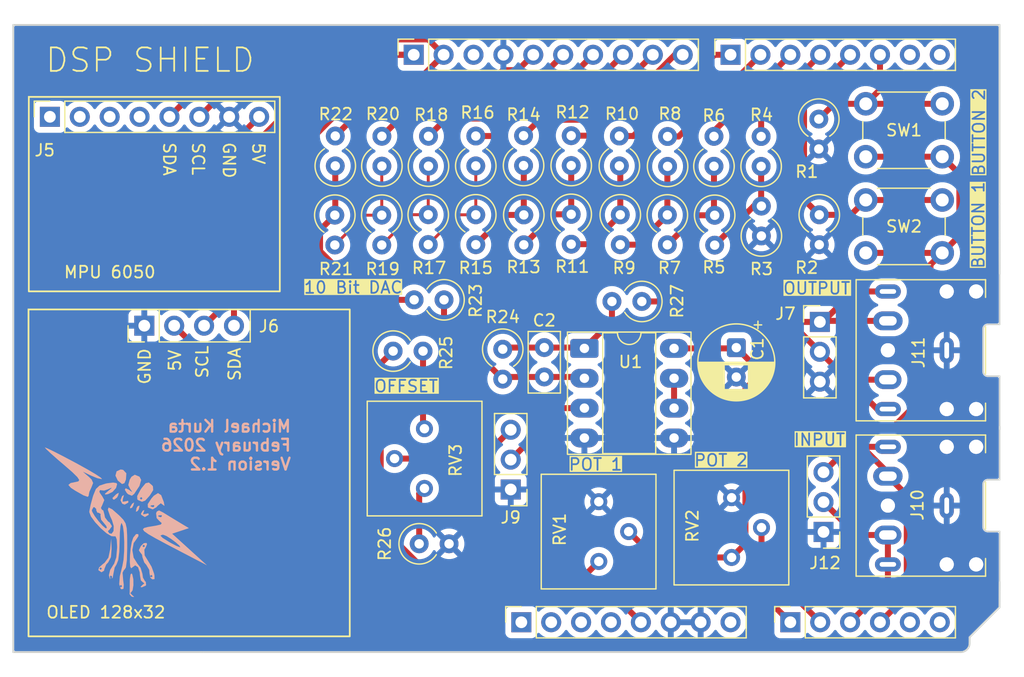
<source format=kicad_pcb>
(kicad_pcb (version 20241229) (generator "pcbnew") (generator_version "9.0")
  (title_block (date "mar. 31 mars 2015"))
  (layers (0 "F.Cu" signal) (2 "B.Cu" power) (13 "F.Paste" user) (15 "B.Paste" user) (5 "F.SilkS" user "F.Silkscreen") (7 "B.SilkS" user "B.Silkscreen") (1 "F.Mask" user) (3 "B.Mask" user) (25 "Edge.Cuts" user))
  (net 0 "")
  (net 1 "GND")
  (net 3 "+5V")
  (net 4 "/IOREF")
  (net 5 "/A0")
  (net 6 "/A1")
  (net 7 "/SDA{slash}A4")
  (net 8 "/SCL{slash}A5")
  (net 9 "/AREF")
  (net 10 "/TX{slash}1")
  (net 11 "/RX{slash}0")
  (net 12 "+3V3")
  (net 13 "VCC")
  (net 14 "/~{RESET}")
  (net 15 "/SCL")
  (net 16 "/SDA")
  (net 17 "Net-(U1B--)")
  (net 18 "Net-(R26-Pad1)")
  (net 19 "Net-(R25-Pad2)")
  (net 20 "Net-(R21-Pad1)")
  (net 21 "/BT1")
  (net 22 "/BT2")
  (net 23 "Net-(R19-Pad1)")
  (net 24 "Net-(R17-Pad1)")
  (net 25 "/D7")
  (net 26 "/D8")
  (net 27 "/D9")
  (net 28 "/D6")
  (net 29 "/D4")
  (net 30 "/D5")
  (net 31 "/IN_RIGHT")
  (net 32 "/IN_LEFT")
  (net 33 "/D3")
  (net 34 "/D2")
  (net 35 "/D0")
  (net 36 "/D1")
  (net 37 "Net-(R15-Pad1)")
  (net 38 "Net-(R13-Pad1)")
  (net 39 "Net-(R11-Pad1)")
  (net 40 "Net-(R10-Pad1)")
  (net 41 "Net-(R7-Pad1)")
  (net 42 "Net-(R5-Pad1)")
  (net 43 "Net-(R3-Pad2)")
  (net 44 "Net-(J9-Pin_2)")
  (net 45 "Net-(J9-Pin_3)")
  (net 46 "/AUDIO_OUT")
  (net 47 "Net-(U1A--)")
  (net 48 "Net-(C2-Pad2)")
  (footprint "Connector_PinSocket_2.54mm:PinSocket_1x08_P2.54mm_Vertical" (layer "F.Cu") (at 127.94 97.46 90)
    (property "Reference" "J1" (hide yes))
    (property "Value" "Power")
    (pad "1" thru_hole rect (at 0 0 90) (size 1.7 1.7) (drill 1) (layers "*.Cu" "*.Mask"))
    (pad "2" thru_hole oval (at 0 2.54 90) (size 1.7 1.7) (drill 1) (layers "*.Cu" "*.Mask") (net 4 "/IOREF"))
    (pad "3" thru_hole oval (at 0 5.08 90) (size 1.7 1.7) (drill 1) (layers "*.Cu" "*.Mask") (net 14 "/~{RESET}"))
    (pad "4" thru_hole oval (at 0 7.62 90) (size 1.7 1.7) (drill 1) (layers "*.Cu" "*.Mask") (net 12 "+3V3"))
    (pad "5" thru_hole oval (at 0 10.16 90) (size 1.7 1.7) (drill 1) (layers "*.Cu" "*.Mask") (net 3 "+5V"))
    (pad "6" thru_hole oval (at 0 12.7 90) (size 1.7 1.7) (drill 1) (layers "*.Cu" "*.Mask") (net 1 "GND"))
    (pad "7" thru_hole oval (at 0 15.24 90) (size 1.7 1.7) (drill 1) (layers "*.Cu" "*.Mask") (net 1 "GND"))
    (pad "8" thru_hole oval (at 0 17.78 90) (size 1.7 1.7) (drill 1) (layers "*.Cu" "*.Mask") (net 13 "VCC"))
  )
  (footprint "Connector_PinSocket_2.54mm:PinSocket_1x06_P2.54mm_Vertical" (layer "F.Cu") (at 150.8 97.46 90)
    (property "Reference" "J3" (hide yes))
    (property "Value" "Analog")
    (pad "1" thru_hole rect (at 0 0 90) (size 1.7 1.7) (drill 1) (layers "*.Cu" "*.Mask") (net 5 "/A0"))
    (pad "2" thru_hole oval (at 0 2.54 90) (size 1.7 1.7) (drill 1) (layers "*.Cu" "*.Mask") (net 6 "/A1"))
    (pad "3" thru_hole oval (at 0 5.08 90) (size 1.7 1.7) (drill 1) (layers "*.Cu" "*.Mask") (net 31 "/IN_RIGHT"))
    (pad "4" thru_hole oval (at 0 7.62 90) (size 1.7 1.7) (drill 1) (layers "*.Cu" "*.Mask") (net 32 "/IN_LEFT"))
    (pad "5" thru_hole oval (at 0 10.16 90) (size 1.7 1.7) (drill 1) (layers "*.Cu" "*.Mask") (net 7 "/SDA{slash}A4"))
    (pad "6" thru_hole oval (at 0 12.7 90) (size 1.7 1.7) (drill 1) (layers "*.Cu" "*.Mask") (net 8 "/SCL{slash}A5"))
  )
  (footprint "Connector_PinSocket_2.54mm:PinSocket_1x10_P2.54mm_Vertical" (layer "F.Cu") (at 118.796 49.2 90)
    (property "Reference" "J2" (hide yes))
    (property "Value" "Digital/PWM")
    (pad "1" thru_hole rect (at 0 0 90) (size 1.7 1.7) (drill 1) (layers "*.Cu" "*.Mask") (net 15 "/SCL"))
    (pad "2" thru_hole oval (at 0 2.54 90) (size 1.7 1.7) (drill 1) (layers "*.Cu" "*.Mask") (net 16 "/SDA"))
    (pad "3" thru_hole oval (at 0 5.08 90) (size 1.7 1.7) (drill 1) (layers "*.Cu" "*.Mask") (net 9 "/AREF"))
    (pad "4" thru_hole oval (at 0 7.62 90) (size 1.7 1.7) (drill 1) (layers "*.Cu" "*.Mask") (net 1 "GND"))
    (pad "5" thru_hole oval (at 0 10.16 90) (size 1.7 1.7) (drill 1) (layers "*.Cu" "*.Mask") (net 27 "/D9"))
    (pad "6" thru_hole oval (at 0 12.7 90) (size 1.7 1.7) (drill 1) (layers "*.Cu" "*.Mask") (net 26 "/D8"))
    (pad "7" thru_hole oval (at 0 15.24 90) (size 1.7 1.7) (drill 1) (layers "*.Cu" "*.Mask") (net 25 "/D7"))
    (pad "8" thru_hole oval (at 0 17.78 90) (size 1.7 1.7) (drill 1) (layers "*.Cu" "*.Mask") (net 28 "/D6"))
    (pad "9" thru_hole oval (at 0 20.32 90) (size 1.7 1.7) (drill 1) (layers "*.Cu" "*.Mask") (net 30 "/D5"))
    (pad "10" thru_hole oval (at 0 22.86 90) (size 1.7 1.7) (drill 1) (layers "*.Cu" "*.Mask") (net 29 "/D4"))
  )
  (footprint "Connector_PinSocket_2.54mm:PinSocket_1x08_P2.54mm_Vertical" (layer "F.Cu") (at 145.72 49.2 90)
    (property "Reference" "J4" (hide yes))
    (property "Value" "Digital/PWM")
    (pad "1" thru_hole rect (at 0 0 90) (size 1.7 1.7) (drill 1) (layers "*.Cu" "*.Mask") (net 33 "/D3"))
    (pad "2" thru_hole oval (at 0 2.54 90) (size 1.7 1.7) (drill 1) (layers "*.Cu" "*.Mask") (net 34 "/D2"))
    (pad "3" thru_hole oval (at 0 5.08 90) (size 1.7 1.7) (drill 1) (layers "*.Cu" "*.Mask") (net 36 "/D1"))
    (pad "4" thru_hole oval (at 0 7.62 90) (size 1.7 1.7) (drill 1) (layers "*.Cu" "*.Mask") (net 35 "/D0"))
    (pad "5" thru_hole oval (at 0 10.16 90) (size 1.7 1.7) (drill 1) (layers "*.Cu" "*.Mask") (net 22 "/BT2"))
    (pad "6" thru_hole oval (at 0 12.7 90) (size 1.7 1.7) (drill 1) (layers "*.Cu" "*.Mask") (net 21 "/BT1"))
    (pad "7" thru_hole oval (at 0 15.24 90) (size 1.7 1.7) (drill 1) (layers "*.Cu" "*.Mask") (net 10 "/TX{slash}1"))
    (pad "8" thru_hole oval (at 0 17.78 90) (size 1.7 1.7) (drill 1) (layers "*.Cu" "*.Mask") (net 11 "/RX{slash}0"))
  )
  (footprint "Resistor_THT:R_Axial_DIN0309_L9.0mm_D3.2mm_P2.54mm_Vertical" (layer "F.Cu") (at 136.35 62.81 -90)
    (property "Reference" "R9" (at 4.52 -0.33 180) (layer "F.SilkS"))
    (property "Value" "10k")
    (pad "1" thru_hole circle (at 0 0 270) (size 1.6 1.6) (drill 0.8) (layers "*.Cu" "*.Mask") (net 40 "Net-(R10-Pad1)"))
    (pad "2" thru_hole circle (at 2.54 0 270) (size 1.6 1.6) (drill 0.8) (layers "*.Cu" "*.Mask") (net 41 "Net-(R7-Pad1)"))
  )
  (footprint "Resistor_THT:R_Axial_DIN0309_L9.0mm_D3.2mm_P2.54mm_Vertical" (layer "F.Cu") (at 128.15 62.82 -90)
    (property "Reference" "R13" (at 4.44 0.02 180) (layer "F.SilkS"))
    (property "Value" "10k")
    (pad "1" thru_hole circle (at 0 0 270) (size 1.6 1.6) (drill 0.8) (layers "*.Cu" "*.Mask") (net 38 "Net-(R13-Pad1)"))
    (pad "2" thru_hole circle (at 2.54 0 270) (size 1.6 1.6) (drill 0.8) (layers "*.Cu" "*.Mask") (net 39 "Net-(R11-Pad1)"))
  )
  (footprint "Resistor_THT:R_Axial_DIN0309_L9.0mm_D3.2mm_P2.54mm_Vertical" (layer "F.Cu") (at 128.13 58.62 90)
    (property "Reference" "R14" (at 4.33 0 180) (layer "F.SilkS"))
    (property "Value" "20k")
    (pad "1" thru_hole circle (at 0 0 90) (size 1.6 1.6) (drill 0.8) (layers "*.Cu" "*.Mask") (net 38 "Net-(R13-Pad1)"))
    (pad "2" thru_hole circle (at 2.54 0 90) (size 1.6 1.6) (drill 0.8) (layers "*.Cu" "*.Mask") (net 30 "/D5"))
  )
  (footprint "Resistor_THT:R_Axial_DIN0309_L9.0mm_D3.2mm_P2.54mm_Vertical" (layer "F.Cu") (at 120.05 58.67 90)
    (property "Reference" "R18" (at 4.36 0.24 180) (layer "F.SilkS"))
    (property "Value" "20k")
    (pad "1" thru_hole circle (at 0 0 90) (size 1.6 1.6) (drill 0.8) (layers "*.Cu" "*.Mask") (net 24 "Net-(R17-Pad1)"))
    (pad "2" thru_hole circle (at 2.54 0 90) (size 1.6 1.6) (drill 0.8) (layers "*.Cu" "*.Mask") (net 25 "/D7"))
  )
  (footprint "Resistor_THT:R_Axial_DIN0309_L9.0mm_D3.2mm_P2.54mm_Vertical" (layer "F.Cu") (at 148.32 58.69 90)
    (property "Reference" "R4" (at 4.38 0.03 180) (layer "F.SilkS"))
    (property "Value" "20k")
    (pad "1" thru_hole circle (at 0 0 90) (size 1.6 1.6) (drill 0.8) (layers "*.Cu" "*.Mask") (net 43 "Net-(R3-Pad2)"))
    (pad "2" thru_hole circle (at 2.54 0 90) (size 1.6 1.6) (drill 0.8) (layers "*.Cu" "*.Mask") (net 35 "/D0"))
  )
  (footprint "Resistor_THT:R_Axial_DIN0309_L9.0mm_D3.2mm_P2.54mm_Vertical" (layer "F.Cu") (at 124.07 62.81 -90)
    (property "Reference" "R15" (at 4.52 0 180) (layer "F.SilkS"))
    (property "Value" "10k")
    (pad "1" thru_hole circle (at 0 0 270) (size 1.6 1.6) (drill 0.8) (layers "*.Cu" "*.Mask") (net 37 "Net-(R15-Pad1)"))
    (pad "2" thru_hole circle (at 2.54 0 270) (size 1.6 1.6) (drill 0.8) (layers "*.Cu" "*.Mask") (net 38 "Net-(R13-Pad1)"))
  )
  (footprint "Resistor_THT:R_Axial_DIN0309_L9.0mm_D3.2mm_P2.54mm_Vertical" (layer "F.Cu") (at 116.08 62.84 -90)
    (property "Reference" "R19" (at 4.58 -0.08 180) (layer "F.SilkS"))
    (property "Value" "10k")
    (pad "1" thru_hole circle (at 0 0 270) (size 1.6 1.6) (drill 0.8) (layers "*.Cu" "*.Mask") (net 23 "Net-(R19-Pad1)"))
    (pad "2" thru_hole circle (at 2.54 0 270) (size 1.6 1.6) (drill 0.8) (layers "*.Cu" "*.Mask") (net 24 "Net-(R17-Pad1)"))
  )
  (footprint "Capacitor_THT:C_Disc_D5.0mm_W2.5mm_P2.50mm" (layer "F.Cu") (at 129.89 76.6 90)
    (property "Reference" "C2" (at 4.81 0 0) (layer "F.SilkS"))
    (property "Value" "100pF")
    (pad "1" thru_hole circle (at 0 0 90) (size 1.6 1.6) (drill 0.8) (layers "*.Cu" "*.Mask") (net 47 "Net-(U1A--)"))
    (pad "2" thru_hole circle (at 2.5 0 90) (size 1.6 1.6) (drill 0.8) (layers "*.Cu" "*.Mask") (net 48 "Net-(C2-Pad2)"))
  )
  (footprint "Resistor_THT:R_Axial_DIN0309_L9.0mm_D3.2mm_P2.54mm_Vertical" (layer "F.Cu") (at 140.35 62.82 -90)
    (property "Reference" "R7" (at 4.51 -0.18 180) (layer "F.SilkS"))
    (property "Value" "10k")
    (pad "1" thru_hole circle (at 0 0 270) (size 1.6 1.6) (drill 0.8) (layers "*.Cu" "*.Mask") (net 41 "Net-(R7-Pad1)"))
    (pad "2" thru_hole circle (at 2.54 0 270) (size 1.6 1.6) (drill 0.8) (layers "*.Cu" "*.Mask") (net 42 "Net-(R5-Pad1)"))
  )
  (footprint "Resistor_THT:R_Axial_DIN0309_L9.0mm_D3.2mm_P2.54mm_Vertical" (layer "F.Cu") (at 112.09 62.84 -90)
    (property "Reference" "R21" (at 4.58 -0.1 180) (layer "F.SilkS"))
    (property "Value" "10k")
    (pad "1" thru_hole circle (at 0 0 270) (size 1.6 1.6) (drill 0.8) (layers "*.Cu" "*.Mask") (net 20 "Net-(R21-Pad1)"))
    (pad "2" thru_hole circle (at 2.54 0 270) (size 1.6 1.6) (drill 0.8) (layers "*.Cu" "*.Mask") (net 23 "Net-(R19-Pad1)"))
  )
  (footprint "Button_Switch_THT:SW_PUSH_6mm" (layer "F.Cu") (at 163.71 66.05 180)
    (property "Reference" "SW2" (at 3.25 2.25 0) (layer "F.SilkS"))
    (property "Value" "BT_2")
    (pad "1" thru_hole circle (at 0 0 270) (size 2 2) (drill 1.1) (layers "*.Cu" "*.Mask") (net 3 "+5V"))
    (pad "1" thru_hole circle (at 6.5 0 270) (size 2 2) (drill 1.1) (layers "*.Cu" "*.Mask") (net 3 "+5V"))
    (pad "2" thru_hole circle (at 0 4.5 270) (size 2 2) (drill 1.1) (layers "*.Cu" "*.Mask") (net 22 "/BT2"))
    (pad "2" thru_hole circle (at 6.5 4.5 270) (size 2 2) (drill 1.1) (layers "*.Cu" "*.Mask") (net 22 "/BT2"))
  )
  (footprint "Resistor_THT:R_Axial_DIN0309_L9.0mm_D3.2mm_P2.54mm_Vertical" (layer "F.Cu") (at 116.09 58.67 90)
    (property "Reference" "R20" (at 4.44 0.09 180) (layer "F.SilkS"))
    (property "Value" "20k")
    (pad "1" thru_hole circle (at 0 0 90) (size 1.6 1.6) (drill 0.8) (layers "*.Cu" "*.Mask") (net 23 "Net-(R19-Pad1)"))
    (pad "2" thru_hole circle (at 2.54 0 90) (size 1.6 1.6) (drill 0.8) (layers "*.Cu" "*.Mask") (net 26 "/D8"))
  )
  (footprint "Resistor_THT:R_Axial_DIN0309_L9.0mm_D3.2mm_P2.54mm_Vertical" (layer "F.Cu") (at 144.31 58.68 90)
    (property "Reference" "R6" (at 4.3 0 180) (layer "F.SilkS"))
    (property "Value" "20k")
    (pad "1" thru_hole circle (at 0 0 90) (size 1.6 1.6) (drill 0.8) (layers "*.Cu" "*.Mask") (net 42 "Net-(R5-Pad1)"))
    (pad "2" thru_hole circle (at 2.54 0 90) (size 1.6 1.6) (drill 0.8) (layers "*.Cu" "*.Mask") (net 36 "/D1"))
  )
  (footprint "Connector_PinHeader_2.54mm:PinHeader_1x03_P2.54mm_Vertical" (layer "F.Cu") (at 153.31 71.92)
    (property "Reference" "J7" (at -2.923 -0.695 0) (layer "F.SilkS"))
    (property "Value" "AUDIO_OUT")
    (pad "1" thru_hole rect (at 0 0) (size 1.7 1.7) (drill 1) (layers "*.Cu" "*.Mask") (net 46 "/AUDIO_OUT"))
    (pad "2" thru_hole circle (at 0 2.54) (size 1.7 1.7) (drill 1) (layers "*.Cu" "*.Mask") (net 46 "/AUDIO_OUT"))
    (pad "3" thru_hole circle (at 0 5.08) (size 1.7 1.7) (drill 1) (layers "*.Cu" "*.Mask") (net 1 "GND"))
  )
  (footprint "Resistor_THT:R_Axial_DIN0309_L9.0mm_D3.2mm_P2.54mm_Vertical" (layer "F.Cu") (at 136.27 58.65 90)
    (property "Reference" "R10" (at 4.43 0.23 180) (layer "F.SilkS"))
    (property "Value" "20k")
    (pad "1" thru_hole circle (at 0 0 90) (size 1.6 1.6) (drill 0.8) (layers "*.Cu" "*.Mask") (net 40 "Net-(R10-Pad1)"))
    (pad "2" thru_hole circle (at 2.54 0 90) (size 1.6 1.6) (drill 0.8) (layers "*.Cu" "*.Mask") (net 33 "/D3"))
  )
  (footprint "Connector_PinSocket_2.54mm:PinSocket_1x08_P2.54mm_Vertical" (layer "F.Cu") (at 87.877 54.475 90)
    (property "Reference" "J5" (at -2.85 -0.44 0) (layer "F.SilkS"))
    (property "Value" "IMU_CONN")
    (pad "1" thru_hole rect (at 0 0 90) (size 1.7 1.7) (drill 1) (layers "*.Cu" "*.Mask"))
    (pad "2" thru_hole circle (at 0 2.54 90) (size 1.7 1.7) (drill 1) (layers "*.Cu" "*.Mask"))
    (pad "3" thru_hole circle (at 0 5.08 90) (size 1.7 1.7) (drill 1) (layers "*.Cu" "*.Mask"))
    (pad "4" thru_hole circle (at 0 7.62 90) (size 1.7 1.7) (drill 1) (layers "*.Cu" "*.Mask"))
    (pad "5" thru_hole circle (at 0 10.16 90) (size 1.7 1.7) (drill 1) (layers "*.Cu" "*.Mask") (net 16 "/SDA"))
    (pad "6" thru_hole circle (at 0 12.7 90) (size 1.7 1.7) (drill 1) (layers "*.Cu" "*.Mask") (net 15 "/SCL"))
    (pad "7" thru_hole circle (at 0 15.24 90) (size 1.7 1.7) (drill 1) (layers "*.Cu" "*.Mask") (net 1 "GND"))
    (pad "8" thru_hole circle (at 0 17.78 90) (size 1.7 1.7) (drill 1) (layers "*.Cu" "*.Mask") (net 3 "+5V"))
  )
  (footprint "Resistor_THT:R_Axial_DIN0309_L9.0mm_D3.2mm_P2.54mm_Vertical" (layer "F.Cu") (at 119.26 90.79)
    (property "Reference" "R26" (at -2.93 0 90) (layer "F.SilkS"))
    (property "Value" "20k")
    (pad "1" thru_hole circle (at 0 0) (size 1.6 1.6) (drill 0.8) (layers "*.Cu" "*.Mask") (net 18 "Net-(R26-Pad1)"))
    (pad "2" thru_hole circle (at 2.54 0) (size 1.6 1.6) (drill 0.8) (layers "*.Cu" "*.Mask") (net 1 "GND"))
  )
  (footprint "Connector_Audio:Jack_3.5mm_CUI_SJ1-3525N_Horizontal" (layer "F.Cu") (at 164.09 74.33 90)
    (property "Reference" "J11" (at -0.19 -2.4 90) (layer "F.SilkS"))
    (property "Value" "AudioJack5")
    (fp_line (start 1.8 3.1) (end -1.8 3.1) (stroke (width 0.12)) (layer "Edge.Cuts"))
    (fp_line (start 2.2 3.5) (end 2.2 4.5) (stroke (width 0.12)) (layer "Edge.Cuts"))
    (fp_line (start -2.2 3.5) (end -2.2 4.5) (stroke (width 0.12)) (layer "Edge.Cuts"))
    (fp_line (start 2.2 4.5) (end 6.5 4.5) (stroke (width 0.12)) (layer "Edge.Cuts"))
    (fp_line (start -2.2 4.5) (end -6.5 4.5) (stroke (width 0.12)) (layer "Edge.Cuts"))
    (fp_arc (start 1.8 3.1) (mid 2.082843 3.217157) (end 2.2 3.5) (stroke (width 0.12)) (layer "Edge.Cuts"))
    (fp_arc (start -2.2 3.5) (mid -2.082842 3.217158) (end -1.8 3.1) (stroke (width 0.12)) (layer "Edge.Cuts"))
    (pad "" np_thru_hole circle (at -5 0 90) (size 1.2 1.2) (drill 1.2) (layers "*.Cu" "*.Mask"))
    (pad "" np_thru_hole circle (at -5 2.5 90) (size 1.2 1.2) (drill 1.2) (layers "*.Cu" "*.Mask"))
    (pad "" np_thru_hole circle (at 0 -5 90) (size 1.2 1.2) (drill 1.2) (layers "*.Cu" "*.Mask"))
    (pad "" np_thru_hole circle (at 5 0 90) (size 1.2 1.2) (drill 1.2) (layers "*.Cu" "*.Mask"))
    (pad "" np_thru_hole circle (at 5 2.5 90) (size 1.2 1.2) (drill 1.2) (layers "*.Cu" "*.Mask"))
    (pad "R" thru_hole oval (at -5 -5 90) (size 1.2 2.2) (drill oval 0.4 1.4) (layers "*.Cu" "*.Mask") (net 46 "/AUDIO_OUT"))
    (pad "RN" thru_hole oval (at -2.5 -5 90) (size 1.6 2.3) (drill oval 0.8 1.5) (layers "*.Cu" "*.Mask") (net 46 "/AUDIO_OUT"))
    (pad "S" thru_hole oval (at 0 0 90) (size 2.2 1.2) (drill oval 1.4 0.4) (layers "*.Cu" "*.Mask") (net 1 "GND"))
    (pad "T" thru_hole oval (at 5 -5 270) (size 1.2 2.2) (drill oval 0.4 1.4) (layers "*.Cu" "*.Mask") (net 46 "/AUDIO_OUT"))
    (pad "TN" thru_hole oval (at 2.5 -5 270) (size 1.6 2.5) (drill oval 0.8 1.5) (layers "*.Cu" "*.Mask") (net 46 "/AUDIO_OUT"))
  )
  (footprint "Resistor_THT:R_Axial_DIN0309_L9.0mm_D3.2mm_P2.54mm_Vertical" (layer "F.Cu") (at 144.37 62.85 -90)
    (property "Reference" "R5" (at 4.43 0.06 0) (layer "F.SilkS"))
    (property "Value" "10k")
    (pad "1" thru_hole circle (at 0 0 270) (size 1.6 1.6) (drill 0.8) (layers "*.Cu" "*.Mask") (net 42 "Net-(R5-Pad1)"))
    (pad "2" thru_hole circle (at 2.54 0 270) (size 1.6 1.6) (drill 0.8) (layers "*.Cu" "*.Mask") (net 43 "Net-(R3-Pad2)"))
  )
  (footprint "Capacitor_THT:CP_Radial_D6.3mm_P2.50mm" (layer "F.Cu") (at 146.21 74.10762 -90)
    (property "Reference" "C1" (at 0.112985 -1.793255 90) (layer "F.SilkS"))
    (property "Value" "47uF")
    (pad "1" thru_hole roundrect (at 0 0 270) (size 1.6 1.6) (drill 0.8) (layers "*.Cu" "*.Mask") (roundrect_rratio 0.15625) (net 3 "+5V"))
    (pad "2" thru_hole circle (at 2.5 0 270) (size 1.6 1.6) (drill 0.8) (layers "*.Cu" "*.Mask") (net 1 "GND"))
  )
  (footprint "Resistor_THT:R_Axial_DIN0309_L9.0mm_D3.2mm_P2.54mm_Vertical" (layer "F.Cu") (at 126.36 74.24 -90)
    (property "Reference" "R24" (at -2.74 0 0) (layer "F.SilkS"))
    (property "Value" "20k")
    (pad "1" thru_hole circle (at 0 0 270) (size 1.6 1.6) (drill 0.8) (layers "*.Cu" "*.Mask") (net 48 "Net-(C2-Pad2)"))
    (pad "2" thru_hole circle (at 2.54 0 270) (size 1.6 1.6) (drill 0.8) (layers "*.Cu" "*.Mask") (net 47 "Net-(U1A--)"))
  )
  (footprint "Resistor_THT:R_Axial_DIN0309_L9.0mm_D3.2mm_P2.54mm_Vertical" (layer "F.Cu") (at 132.18 58.62 90)
    (property "Reference" "R12" (at 4.53 0.11 180) (layer "F.SilkS"))
    (property "Value" "20k")
    (pad "1" thru_hole circle (at 0 0 90) (size 1.6 1.6) (drill 0.8) (layers "*.Cu" "*.Mask") (net 39 "Net-(R11-Pad1)"))
    (pad "2" thru_hole circle (at 2.54 0 90) (size 1.6 1.6) (drill 0.8) (layers "*.Cu" "*.Mask") (net 29 "/D4"))
  )
  (footprint "Button_Switch_THT:SW_PUSH_6mm" (layer "F.Cu") (at 163.71 57.87 180)
    (property "Reference" "SW1" (at 3.25 2.25 0) (layer "F.SilkS"))
    (property "Value" "BT_1")
    (pad "1" thru_hole circle (at 0 0 270) (size 2 2) (drill 1.1) (layers "*.Cu" "*.Mask") (net 3 "+5V"))
    (pad "1" thru_hole circle (at 6.5 0 270) (size 2 2) (drill 1.1) (layers "*.Cu" "*.Mask") (net 3 "+5V"))
    (pad "2" thru_hole circle (at 0 4.5 270) (size 2 2) (drill 1.1) (layers "*.Cu" "*.Mask") (net 21 "/BT1"))
    (pad "2" thru_hole circle (at 6.5 4.5 270) (size 2 2) (drill 1.1) (layers "*.Cu" "*.Mask") (net 21 "/BT1"))
  )
  (footprint "Resistor_THT:R_Axial_DIN0309_L9.0mm_D3.2mm_P2.54mm_Vertical" (layer "F.Cu") (at 132.18 62.77 -90)
    (property "Reference" "R11" (at 4.45 -0.09 180) (layer "F.SilkS"))
    (property "Value" "10k")
    (pad "1" thru_hole circle (at 0 0 270) (size 1.6 1.6) (drill 0.8) (layers "*.Cu" "*.Mask") (net 39 "Net-(R11-Pad1)"))
    (pad "2" thru_hole circle (at 2.54 0 270) (size 1.6 1.6) (drill 0.8) (layers "*.Cu" "*.Mask") (net 40 "Net-(R10-Pad1)"))
  )
  (footprint "Resistor_THT:R_Axial_DIN0309_L9.0mm_D3.2mm_P2.54mm_Vertical" (layer "F.Cu") (at 112.13 58.65 90)
    (property "Reference" "R22" (at 4.4 0.04 180) (layer "F.SilkS"))
    (property "Value" "20k")
    (pad "1" thru_hole circle (at 0 0 90) (size 1.6 1.6) (drill 0.8) (layers "*.Cu" "*.Mask") (net 20 "Net-(R21-Pad1)"))
    (pad "2" thru_hole circle (at 2.54 0 90) (size 1.6 1.6) (drill 0.8) (layers "*.Cu" "*.Mask") (net 27 "/D9"))
  )
  (footprint "Connector_PinHeader_2.54mm:PinHeader_1x03_P2.54mm_Vertical" (layer "F.Cu") (at 153.62 89.78 180)
    (property "Reference" "J12" (at -0.13 -2.64 0) (layer "F.SilkS"))
    (property "Value" "AUDIO_IN")
    (pad "1" thru_hole rect (at 0 0 180) (size 1.7 1.7) (drill 1) (layers "*.Cu" "*.Mask") (net 1 "GND"))
    (pad "2" thru_hole circle (at 0 2.54 180) (size 1.7 1.7) (drill 1) (layers "*.Cu" "*.Mask") (net 31 "/IN_RIGHT"))
    (pad "3" thru_hole circle (at 0 5.08 180) (size 1.7 1.7) (drill 1) (layers "*.Cu" "*.Mask") (net 32 "/IN_LEFT"))
  )
  (footprint "Resistor_THT:R_Axial_DIN0309_L9.0mm_D3.2mm_P2.54mm_Vertical" (layer "F.Cu") (at 153.22 54.67 -90)
    (property "Reference" "R1" (at 4.48 1.02 180) (layer "F.SilkS"))
    (property "Value" "100k")
    (pad "1" thru_hole circle (at 0 0 270) (size 1.6 1.6) (drill 0.8) (layers "*.Cu" "*.Mask") (net 21 "/BT1"))
    (pad "2" thru_hole circle (at 2.54 0 270) (size 1.6 1.6) (drill 0.8) (layers "*.Cu" "*.Mask") (net 1 "GND"))
  )
  (footprint "Resistor_THT:R_Axial_DIN0309_L9.0mm_D3.2mm_P2.54mm_Vertical" (layer "F.Cu") (at 138.18 70.18 180)
    (property "Reference" "R27" (at -3 0.02 90) (layer "F.SilkS"))
    (property "Value" "1k")
    (pad "1" thru_hole circle (at 0 0 180) (size 1.6 1.6) (drill 0.8) (layers "*.Cu" "*.Mask") (net 46 "/AUDIO_OUT"))
    (pad "2" thru_hole circle (at 2.54 0 180) (size 1.6 1.6) (drill 0.8) (layers "*.Cu" "*.Mask") (net 48 "Net-(C2-Pad2)"))
  )
  (footprint "Resistor_THT:R_Axial_DIN0309_L9.0mm_D3.2mm_P2.54mm_Vertical" (layer "F.Cu") (at 120.03 62.8 -90)
    (property "Reference" "R17" (at 4.53 -0.07 180) (layer "F.SilkS"))
    (property "Value" "10k")
    (pad "1" thru_hole circle (at 0 0 270) (size 1.6 1.6) (drill 0.8) (layers "*.Cu" "*.Mask") (net 24 "Net-(R17-Pad1)"))
    (pad "2" thru_hole circle (at 2.54 0 270) (size 1.6 1.6) (drill 0.8) (layers "*.Cu" "*.Mask") (net 37 "Net-(R15-Pad1)"))
  )
  (footprint "Resistor_THT:R_Axial_DIN0309_L9.0mm_D3.2mm_P2.54mm_Vertical" (layer "F.Cu") (at 117.047 74.4)
    (property "Reference" "R25" (at 4.51 0.15 90) (layer "F.SilkS"))
    (property "Value" "20k")
    (pad "1" thru_hole circle (at 0 0) (size 1.6 1.6) (drill 0.8) (layers "*.Cu" "*.Mask") (net 3 "+5V"))
    (pad "2" thru_hole circle (at 2.54 0) (size 1.6 1.6) (drill 0.8) (layers "*.Cu" "*.Mask") (net 19 "Net-(R25-Pad2)"))
  )
  (footprint "Resistor_THT:R_Axial_DIN0309_L9.0mm_D3.2mm_P2.54mm_Vertical" (layer "F.Cu") (at 124.07 58.65 90)
    (property "Reference" "R16" (at 4.53 0.15 180) (layer "F.SilkS"))
    (property "Value" "20k")
    (pad "1" thru_hole circle (at 0 0 90) (size 1.6 1.6) (drill 0.8) (layers "*.Cu" "*.Mask") (net 37 "Net-(R15-Pad1)"))
    (pad "2" thru_hole circle (at 2.54 0 90) (size 1.6 1.6) (drill 0.8) (layers "*.Cu" "*.Mask") (net 28 "/D6"))
  )
  (footprint "Potentiometer_THT:Potentiometer_Bourns_3386P_Vertical" (layer "F.Cu") (at 134.522 92.29)
    (property "Reference" "RV1" (at -3.32 -2.72 90) (layer "F.SilkS"))
    (property "Value" "100k")
    (pad "1" thru_hole circle (at 0 0) (size 1.44 1.44) (drill 0.8) (layers "*.Cu" "*.Mask") (net 3 "+5V"))
    (pad "2" thru_hole circle (at 2.54 -2.54) (size 1.44 1.44) (drill 0.8) (layers "*.Cu" "*.Mask") (net 5 "/A0"))
    (pad "3" thru_hole circle (at 0 -5.08) (size 1.44 1.44) (drill 0.8) (layers "*.Cu" "*.Mask") (net 1 "GND"))
  )
  (footprint "Resistor_THT:R_Axial_DIN0309_L9.0mm_D3.2mm_P2.54mm_Vertical" (layer "F.Cu") (at 153.26 62.81 -90)
    (property "Reference" "R2" (at 4.5 1.07 180) (layer "F.SilkS"))
    (property "Value" "100k")
    (pad "1" thru_hole circle (at 0 0 270) (size 1.6 1.6) (drill 0.8) (layers "*.Cu" "*.Mask") (net 22 "/BT2"))
    (pad "2" thru_hole circle (at 2.54 0 270) (size 1.6 1.6) (drill 0.8) (layers "*.Cu" "*.Mask") (net 1 "GND"))
  )
  (footprint "Package_DIP:DIP-8_W7.62mm_Socket_LongPads" (layer "F.Cu") (at 133.3 74.17)
    (property "Reference" "U1" (at 3.92 1.15 0) (layer "F.SilkS"))
    (property "Value" "MCP6002-xP")
    (pad "1" thru_hole roundrect (at 0 0) (size 2.4 1.6) (drill 0.8) (layers "*.Cu" "*.Mask") (roundrect_rratio 0.15625) (net 48 "Net-(C2-Pad2)"))
    (pad "2" thru_hole oval (at 0 2.54) (size 2.4 1.6) (drill 0.8) (layers "*.Cu" "*.Mask") (net 47 "Net-(U1A--)"))
    (pad "3" thru_hole oval (at 0 5.08) (size 2.4 1.6) (drill 0.8) (layers "*.Cu" "*.Mask") (net 44 "Net-(J9-Pin_2)"))
    (pad "4" thru_hole oval (at 0 7.62) (size 2.4 1.6) (drill 0.8) (layers "*.Cu" "*.Mask") (net 1 "GND"))
    (pad "5" thru_hole oval (at 7.62 7.62) (size 2.4 1.6) (drill 0.8) (layers "*.Cu" "*.Mask") (net 1 "GND"))
    (pad "6" thru_hole oval (at 7.62 5.08) (size 2.4 1.6) (drill 0.8) (layers "*.Cu" "*.Mask") (net 17 "Net-(U1B--)"))
    (pad "7" thru_hole oval (at 7.62 2.54) (size 2.4 1.6) (drill 0.8) (layers "*.Cu" "*.Mask") (net 17 "Net-(U1B--)"))
    (pad "8" thru_hole oval (at 7.62 0) (size 2.4 1.6) (drill 0.8) (layers "*.Cu" "*.Mask") (net 3 "+5V"))
  )
  (footprint "Connector_PinHeader_2.54mm:PinHeader_1x03_P2.54mm_Vertical" (layer "F.Cu") (at 127.04 86.17 180)
    (property "Reference" "J9" (at 0 -2.38 0) (layer "F.SilkS"))
    (property "Value" "JUMPER")
    (pad "1" thru_hole rect (at 0 0 180) (size 1.7 1.7) (drill 1) (layers "*.Cu" "*.Mask") (net 1 "GND"))
    (pad "2" thru_hole circle (at 0 2.54 180) (size 1.7 1.7) (drill 1) (layers "*.Cu" "*.Mask") (net 44 "Net-(J9-Pin_2)"))
    (pad "3" thru_hole circle (at 0 5.08 180) (size 1.7 1.7) (drill 1) (layers "*.Cu" "*.Mask") (net 45 "Net-(J9-Pin_3)"))
  )
  (footprint "Resistor_THT:R_Axial_DIN0309_L9.0mm_D3.2mm_P2.54mm_Vertical" (layer "F.Cu") (at 148.34 64.61 90)
    (property "Reference" "R3" (at -2.81 0.01 180) (layer "F.SilkS"))
    (property "Value" "20k")
    (pad "1" thru_hole circle (at 0 0 90) (size 1.6 1.6) (drill 0.8) (layers "*.Cu" "*.Mask") (net 1 "GND"))
    (pad "2" thru_hole circle (at 2.54 0 90) (size 1.6 1.6) (drill 0.8) (layers "*.Cu" "*.Mask") (net 43 "Net-(R3-Pad2)"))
  )
  (footprint "Connector_Audio:Jack_3.5mm_CUI_SJ1-3525N_Horizontal" (layer "F.Cu") (at 164.09 87.54 90)
    (property "Reference" "J10" (at 0.06 -2.49 90) (layer "F.SilkS"))
    (property "Value" "AudioJack5")
    (fp_line (start 1.8 3.1) (end -1.8 3.1) (stroke (width 0.12)) (layer "Edge.Cuts"))
    (fp_line (start 2.2 3.5) (end 2.2 4.5) (stroke (width 0.12)) (layer "Edge.Cuts"))
    (fp_line (start -2.2 3.5) (end -2.2 4.5) (stroke (width 0.12)) (layer "Edge.Cuts"))
    (fp_line (start 2.2 4.5) (end 6.5 4.5) (stroke (width 0.12)) (layer "Edge.Cuts"))
    (fp_line (start -2.2 4.5) (end -6.5 4.5) (stroke (width 0.12)) (layer "Edge.Cuts"))
    (fp_arc (start 1.8 3.1) (mid 2.082843 3.217157) (end 2.2 3.5) (stroke (width 0.12)) (layer "Edge.Cuts"))
    (fp_arc (start -2.2 3.5) (mid -2.082842 3.217158) (end -1.8 3.1) (stroke (width 0.12)) (layer "Edge.Cuts"))
    (pad "" np_thru_hole circle (at -5 0 90) (size 1.2 1.2) (drill 1.2) (layers "*.Cu" "*.Mask"))
    (pad "" np_thru_hole circle (at -5 2.5 90) (size 1.2 1.2) (drill 1.2) (layers "*.Cu" "*.Mask"))
    (pad "" np_thru_hole circle (at 0 -5 90) (size 1.2 1.2) (drill 1.2) (layers "*.Cu" "*.Mask"))
    (pad "" np_thru_hole circle (at 5 0 90) (size 1.2 1.2) (drill 1.2) (layers "*.Cu" "*.Mask"))
    (pad "" np_thru_hole circle (at 5 2.5 90) (size 1.2 1.2) (drill 1.2) (layers "*.Cu" "*.Mask"))
    (pad "R" thru_hole oval (at -5 -5 90) (size 1.2 2.2) (drill oval 0.4 1.4) (layers "*.Cu" "*.Mask") (net 31 "/IN_RIGHT"))
    (pad "RN" thru_hole oval (at -2.5 -5 90) (size 1.6 2.3) (drill oval 0.8 1.5) (layers "*.Cu" "*.Mask") (net 31 "/IN_RIGHT"))
    (pad "S" thru_hole oval (at 0 0 90) (size 2.2 1.2) (drill oval 1.4 0.4) (layers "*.Cu" "*.Mask") (net 1 "GND"))
    (pad "T" thru_hole oval (at 5 -5 270) (size 1.2 2.2) (drill oval 0.4 1.4) (layers "*.Cu" "*.Mask") (net 32 "/IN_LEFT"))
    (pad "TN" thru_hole oval (at 2.5 -5 270) (size 1.6 2.5) (drill oval 0.8 1.5) (layers "*.Cu" "*.Mask") (net 32 "/IN_LEFT"))
  )
  (footprint "Potentiometer_THT:Potentiometer_Bourns_3386P_Vertical" (layer "F.Cu") (at 119.705 81 180)
    (property "Reference" "RV3" (at -2.65 -2.69 90) (layer "F.SilkS"))
    (property "Value" "100k")
    (pad "1" thru_hole circle (at 0 0 180) (size 1.44 1.44) (drill 0.8) (layers "*.Cu" "*.Mask") (net 19 "Net-(R25-Pad2)"))
    (pad "2" thru_hole circle (at 2.54 -2.54 180) (size 1.44 1.44) (drill 0.8) (layers "*.Cu" "*.Mask") (net 45 "Net-(J9-Pin_3)"))
    (pad "3" thru_hole circle (at 0 -5.08 180) (size 1.44 1.44) (drill 0.8) (layers "*.Cu" "*.Mask") (net 18 "Net-(R26-Pad1)"))
  )
  (footprint "Potentiometer_THT:Potentiometer_Bourns_3386P_Vertical" (layer "F.Cu") (at 145.81 91.95)
    (property "Reference" "RV2" (at -3.33 -2.68 90) (layer "F.SilkS"))
    (property "Value" "100k")
    (pad "1" thru_hole circle (at 0 0) (size 1.44 1.44) (drill 0.8) (layers "*.Cu" "*.Mask") (net 3 "+5V"))
    (pad "2" thru_hole circle (at 2.54 -2.54) (size 1.44 1.44) (drill 0.8) (layers "*.Cu" "*.Mask") (net 6 "/A1"))
    (pad "3" thru_hole circle (at 0 -5.08) (size 1.44 1.44) (drill 0.8) (layers "*.Cu" "*.Mask") (net 1 "GND"))
  )
  (footprint "Resistor_THT:R_Axial_DIN0309_L9.0mm_D3.2mm_P2.54mm_Vertical" (layer "F.Cu") (at 140.37 58.69 90)
    (property "Reference" "R8" (at 4.47 0.2 180) (layer "F.SilkS"))
    (property "Value" "20k")
    (pad "1" thru_hole circle (at 0 0 90) (size 1.6 1.6) (drill 0.8) (layers "*.Cu" "*.Mask") (net 41 "Net-(R7-Pad1)"))
    (pad "2" thru_hole circle (at 2.54 0 90) (size 1.6 1.6) (drill 0.8) (layers "*.Cu" "*.Mask") (net 34 "/D2"))
  )
  (footprint "Connector_PinHeader_2.54mm:PinHeader_1x04_P2.54mm_Vertical" (layer "F.Cu") (at 95.9 72.24 90)
    (property "Reference" "J6" (at -0.05 10.6 180) (layer "F.SilkS"))
    (property "Value" "SCREEN_CONN")
    (pad "1" thru_hole rect (at 0 0 90) (size 1.7 1.7) (drill 1) (layers "*.Cu" "*.Mask") (net 1 "GND"))
    (pad "2" thru_hole circle (at 0 2.54 90) (size 1.7 1.7) (drill 1) (layers "*.Cu" "*.Mask") (net 3 "+5V"))
    (pad "3" thru_hole circle (at 0 5.08 90) (size 1.7 1.7) (drill 1) (layers "*.Cu" "*.Mask") (net 15 "/SCL"))
    (pad "4" thru_hole circle (at 0 7.62 90) (size 1.7 1.7) (drill 1) (layers "*.Cu" "*.Mask") (net 16 "/SDA"))
  )
  (footprint "Resistor_THT:R_Axial_DIN0309_L9.0mm_D3.2mm_P2.54mm_Vertical" (layer "F.Cu") (at 121.37 70.04 180)
    (property "Reference" "R23" (at -2.69 -0.08 90) (layer "F.SilkS"))
    (property "Value" "20k")
    (pad "1" thru_hole circle (at 0 0 180) (size 1.6 1.6) (drill 0.8) (layers "*.Cu" "*.Mask") (net 47 "Net-(U1A--)"))
    (pad "2" thru_hole circle (at 2.54 0 180) (size 1.6 1.6) (drill 0.8) (layers "*.Cu" "*.Mask") (net 20 "Net-(R21-Pad1)"))
  )
  (footprint "LOGO" (layer "B.Cu") (at 94.557 88.841776 180)
    (property "Reference" "G***" (hide yes))
    (property "Value" "LOGO" (hide yes))
  )
  (gr_rect (start 86.06 70.86) (end 113.36 98.66) (stroke (width 0.15)) (fill no) (layer "F.SilkS"))
  (gr_rect (start 86.087 52.78) (end 107.417 69.32) (stroke (width 0.15)) (fill no) (layer "F.SilkS"))
  (gr_line (start 100.762 46.66) (end 84.762 46.66) (stroke (width 0.15)) (layer "Edge.Cuts"))
  (gr_line (start 168.58 96.19) (end 168.59 94.04) (stroke (width 0.15)) (layer "Edge.Cuts"))
  (gr_line (start 165.278 100) (end 100.762 100) (stroke (width 0.15)) (layer "Edge.Cuts"))
  (gr_line (start 100.762 46.66) (end 163.5 46.66) (stroke (width 0.15)) (layer "Edge.Cuts"))
  (gr_line (start 168.58 61.9) (end 168.58 46.66) (stroke (width 0.15)) (layer "Edge.Cuts"))
  (gr_line (start 168.58 96.19) (end 166.04 98.73) (stroke (width 0.15)) (layer "Edge.Cuts"))
  (gr_arc (start 166.04 99.238) (mid 165.816815 99.776815) (end 165.278 100) (stroke (width 0.15)) (layer "Edge.Cuts"))
  (gr_line (start 168.59 67.83) (end 168.58 61.9) (stroke (width 0.15)) (layer "Edge.Cuts"))
  (gr_line (start 100.762 100) (end 84.762 100) (stroke (width 0.15)) (layer "Edge.Cuts"))
  (gr_line (start 168.58 46.66) (end 163.5 46.66) (stroke (width 0.15)) (layer "Edge.Cuts"))
  (gr_line (start 166.04 98.73) (end 166.04 99.238) (stroke (width 0.15)) (layer "Edge.Cuts"))
  (gr_line (start 168.59 80.83) (end 168.59 81.04) (stroke (width 0.15)) (layer "Edge.Cuts"))
  (gr_line (start 84.762 100) (end 84.762 46.66) (stroke (width 0.15)) (layer "Edge.Cuts"))
  (gr_text "SCL" (at 99.887 56.575 270) (layer "F.SilkS") (effects (font (size 1 1)) (justify left bottom)))
  (gr_text "BUTTON 2" (at 167.412 59.6 90) (layer "F.SilkS" knockout) (effects (font (size 1 1)) (justify left bottom)))
  (gr_text "GND" (at 102.512 56.55 270) (layer "F.SilkS") (effects (font (size 1 1)) (justify left bottom)))
  (gr_text "DSP SHIELD" (at 87.387 50.825 0) (layer "F.SilkS") (effects (font (size 2 2)) (justify left bottom)))
  (gr_text "BUTTON 1" (at 167.362 67.475 90) (layer "F.SilkS" knockout) (effects (font (size 1 1)) (justify left bottom)))
  (gr_text "POT 2" (at 142.537 84.275 0) (layer "F.SilkS" knockout) (effects (font (size 1 1)) (justify left bottom)))
  (gr_text "OFFSET" (at 115.362 77.975 0) (layer "F.SilkS" knockout) (effects (font (size 1 1)) (justify left bottom)))
  (gr_text "GND" (at 96.512 77.325 90) (layer "F.SilkS") (effects (font (size 1 1)) (justify left bottom)))
  (gr_text "MPU 6050" (at 88.987 68.275 0) (layer "F.SilkS") (effects (font (size 1 1)) (justify left bottom)))
  (gr_text "SDA" (at 104.162 77.025 90) (layer "F.SilkS") (effects (font (size 1 1)) (justify left bottom)))
  (gr_text "OLED 128x32" (at 87.487 97.2 0) (layer "F.SilkS") (effects (font (size 1 1)) (justify left bottom)))
  (gr_text "POT 1" (at 131.887 84.625 0) (layer "F.SilkS" knockout) (effects (font (size 1 1)) (justify left bottom)))
  (gr_text "SDA" (at 97.437 56.575 270) (layer "F.SilkS") (effects (font (size 1 1)) (justify left bottom)))
  (gr_text "SCL" (at 101.412 76.8 90) (layer "F.SilkS") (effects (font (size 1 1)) (justify left bottom)))
  (gr_text "5V" (at 99.087 76.2 90) (layer "F.SilkS") (effects (font (size 1 1)) (justify left bottom)))
  (gr_text "INPUT" (at 151.012 82.525 0) (layer "F.SilkS" knockout) (effects (font (size 1 1)) (justify left bottom)))
  (gr_text "10 Bit DAC" (at 109.387 69.575 0) (layer "F.SilkS" knockout) (effects (font (size 1 1)) (justify left bottom)))
  (gr_text "5V" (at 105.012 56.6 270) (layer "F.SilkS") (effects (font (size 1 1)) (justify left bottom)))
  (gr_text "OUTPUT" (at 150.112 69.65 0) (layer "F.SilkS" knockout) (effects (font (size 1 1)) (justify left bottom)))
  (gr_text "Michael Kurta \nFebruary 2026\nVersion 1.2" (at 108.462 84.6 0) (layer "B.SilkS") (effects (font (size 1 1) (thickness 0.2) (bold yes)) (justify left bottom mirror)))
  (segment (start 105.657 54.475) (end 93.162 66.97) (width 0.508) (layer "F.Cu") (net 3))
  (segment (start 146.985 77.607459) (end 147.465 77.127459) (width 0.508) (layer "F.Cu") (net 3))
  (segment (start 135.59 94.95) (end 138.1 97.46) (width 0.508) (layer "F.Cu") (net 3))
  (segment (start 147.465 75.36262) (end 146.21 74.10762) (width 0.508) (layer "F.Cu") (net 3))
  (segment (start 146.14762 74.17) (end 146.21 74.10762) (width 0.508) (layer "F.Cu") (net 3))
  (segment (start 162.71 77.701995) (end 162.71 67.05) (width 0.508) (layer "F.Cu") (net 3))
  (segment (start 157.21 57.87) (end 163.71 57.87) (width 0.508) (layer "F.Cu") (net 3))
  (segment (start 146.985 90.775) (end 146.985 83.85) (width 0.508) (layer "F.Cu") (net 3))
  (segment (start 134.522 92.29) (end 131.862 94.95) (width 0.508) (layer "F.Cu") (net 3))
  (segment (start 146.985 83.85) (end 146.985 77.607459) (width 0.508) (layer "F.Cu") (net 3))
  (segment (start 143.387 91.95) (end 145.81 91.95) (width 0.508) (layer "F.Cu") (net 3))
  (segment (start 157.21 66.05) (end 163.71 66.05) (width 0.508) (layer "F.Cu") (net 3))
  (segment (start 129.087 94.95) (end 131.537 94.95) (width 0.508) (layer "F.Cu") (net 3))
  (segment (start 159.536995 80.875) (end 162.71 77.701995) (width 0.508) (layer "F.Cu") (net 3))
  (segment (start 129.087 94.95) (end 136.162 87.875) (width 0.508) (layer "F.Cu") (net 3))
  (segment (start 99.487 88.2) (end 99.487 88.85) (width 0.508) (layer "F.Cu") (net 3))
  (segment (start 149.96 80.875) (end 159.536995 80.875) (width 0.508) (layer "F.Cu") (net 3))
  (segment (start 117.047 74.4) (end 115.99 75.457) (width 0.508) (layer "F.Cu") (net 3))
  (segment (start 145.81 91.95) (end 146.985 90.775) (width 0.508) (layer "F.Cu") (net 3))
  (segment (start 136.162 87.875) (end 139.312 87.875) (width 0.508) (layer "F.Cu") (net 3))
  (segment (start 99.487 73.287) (end 98.44 72.24) (width 0.508) (layer "F.Cu") (net 3))
  (segment (start 131.537 94.95) (end 135.59 94.95) (width 0.508) (layer "F.Cu") (net 3))
  (segment (start 121.645161 94.95) (end 129.087 94.95) (width 0.508) (layer "F.Cu") (net 3))
  (segment (start 93.162 81.875) (end 99.487 88.2) (width 0.508) (layer "F.Cu") (net 3))
  (segment (start 121.645161 94.95) (end 104.087 94.95) (width 0.508) (layer "F.Cu") (net 3))
  (segment (start 115.99 89.294839) (end 121.645161 94.95) (width 0.508) (layer "F.Cu") (net 3))
  (segment (start 131.862 94.95) (end 131.537 94.95) (width 0.508) (layer "F.Cu") (net 3))
  (segment (start 139.312 87.875) (end 143.387 91.95) (width 0.508) (layer "F.Cu") (net 3))
  (segment (start 140.92 74.17) (end 146.14762 74.17) (width 0.508) (layer "F.Cu") (net 3))
  (segment (start 165.165 59.325) (end 165.165 64.595) (width 0.508) (layer "F.Cu") (net 3))
  (segment (start 163.71 57.87) (end 165.165 59.325) (width 0.508) (layer "F.Cu") (net 3))
  (segment (start 99.487 88.85) (end 99.487 73.287) (width 0.508) (layer "F.Cu") (net 3))
  (segment (start 104.087 94.95) (end 99.487 90.35) (width 0.508) (layer "F.Cu") (net 3))
  (segment (start 162.71 67.05) (end 163.71 66.05) (width 0.508) (layer "F.Cu") (net 3))
  (segment (start 115.99 75.457) (end 115.99 89.294839) (width 0.508) (layer "F.Cu") (net 3))
  (segment (start 93.162 66.97) (end 93.162 81.875) (width 0.508) (layer "F.Cu") (net 3))
  (segment (start 165.165 64.595) (end 163.71 66.05) (width 0.508) (layer "F.Cu") (net 3))
  (segment (start 147.465 77.127459) (end 147.465 75.36262) (width 0.508) (layer "F.Cu") (net 3))
  (segment (start 99.487 90.35) (end 99.487 88.85) (width 0.508) (layer "F.Cu") (net 3))
  (segment (start 146.985 83.85) (end 149.96 80.875) (width 0.508) (layer "F.Cu") (net 3))
  (segment (start 142.792 95.48) (end 148.82 95.48) (width 0.508) (layer "F.Cu") (net 5))
  (segment (start 137.062 89.75) (end 142.792 95.48) (width 0.508) (layer "F.Cu") (net 5))
  (segment (start 148.82 95.48) (end 150.8 97.46) (width 0.508) (layer "F.Cu") (net 5))
  (segment (start 148.35 92.47) (end 153.34 97.46) (width 0.508) (layer "F.Cu") (net 6))
  (segment (start 148.35 89.41) (end 148.35 92.47) (width 0.508) (layer "F.Cu") (net 6))
  (segment (start 112.887 49.2) (end 102.012 60.075) (width 0.508) (layer "F.Cu") (net 15))
  (segment (start 102.012 60.075) (end 102.012 71.208) (width 0.508) (layer "F.Cu") (net 15))
  (segment (start 118.796 49.2) (end 112.887 49.2) (width 0.508) (layer "F.Cu") (net 15))
  (segment (start 105.852 49.2) (end 100.577 54.475) (width 0.508) (layer "F.Cu") (net 15))
  (segment (start 102.012 71.208) (end 100.98 72.24) (width 0.508) (layer "F.Cu") (net 15))
  (segment (start 118.796 49.2) (end 105.852 49.2) (width 0.508) (layer "F.Cu") (net 15))
  (segment (start 120.031 47.895) (end 104.617 47.895) (width 0.508) (layer "F.Cu") (net 16))
  (segment (start 121.336 49.2) (end 120.031 47.895) (width 0.508) (layer "F.Cu") (net 16))
  (segment (start 104.617 47.895) (end 98.037 54.475) (width 0.508) (layer "F.Cu") (net 16))
  (segment (start 121.336 49.2) (end 119.336 51.2) (width 0.508) (layer "F.Cu") (net 16))
  (segment (start 103.52 62.945161) (end 103.52 72.24) (width 0.508) (layer "F.Cu") (net 16))
  (segment (start 119.336 51.2) (end 115.265161 51.2) (width 0.508) (layer "F.Cu") (net 16))
  (segment (start 115.265161 51.2) (end 103.52 62.945161) (width 0.508) (layer "F.Cu") (net 16))
  (segment (start 140.92 79.25) (end 140.92 76.71) (width 0.508) (layer "F.Cu") (net 17))
  (segment (start 119.26 86.525) (end 119.705 86.08) (width 0.508) (layer "F.Cu") (net 18))
  (segment (start 119.26 90.79) (end 119.26 86.525) (width 0.508) (layer "F.Cu") (net 18))
  (segment (start 119.587 80.882) (end 119.705 81) (width 0.508) (layer "F.Cu") (net 19))
  (segment (start 119.587 74.4) (end 119.587 80.882) (width 0.508) (layer "F.Cu") (net 19))
  (segment (start 114.975161 70.04) (end 118.83 70.04) (width 0.508) (layer "F.Cu") (net 20))
  (segment (start 112.13 62.8) (end 112.09 62.84) (width 0.508) (layer "F.Cu") (net 20))
  (segment (start 110.835 64.095) (end 110.835 65.899839) (width 0.508) (layer "F.Cu") (net 20))
  (segment (start 110.835 65.899839) (end 114.975161 70.04) (width 0.508) (layer "F.Cu") (net 20))
  (segment (start 112.09 62.84) (end 110.835 64.095) (width 0.508) (layer "F.Cu") (net 20))
  (segment (start 112.13 58.65) (end 112.13 62.8) (width 0.508) (layer "F.Cu") (net 20))
  (segment (start 157.21 53.37) (end 154.52 53.37) (width 0.508) (layer "F.Cu") (net 21))
  (segment (start 163.71 53.37) (end 157.21 53.37) (width 0.508) (layer "F.Cu") (net 21))
  (segment (start 154.52 53.37) (end 153.22 54.67) (width 0.508) (layer "F.Cu") (net 21))
  (segment (start 158.42 49.2) (end 158.42 52.16) (width 0.508) (layer "F.Cu") (net 21))
  (segment (start 158.42 52.16) (end 157.21 53.37) (width 0.508) (layer "F.Cu") (net 21))
  (segment (start 153.26 62.81) (end 155.95 62.81) (width 0.508) (layer "F.Cu") (net 22))
  (segment (start 163.71 61.55) (end 157.21 61.55) (width 0.508) (layer "F.Cu") (net 22))
  (segment (start 151.965 53.115) (end 151.965 61.515) (width 0.508) (layer "F.Cu") (net 22))
  (segment (start 151.965 61.515) (end 153.26 62.81) (width 0.508) (layer "F.Cu") (net 22))
  (segment (start 155.95 62.81) (end 157.21 61.55) (width 0.508) (layer "F.Cu") (net 22))
  (segment (start 155.88 49.2) (end 151.965 53.115) (width 0.508) (layer "F.Cu") (net 22))
  (segment (start 114.63 62.84) (end 112.09 65.38) (width 0.25) (layer "F.Cu") (net 23))
  (segment (start 116.08 58.68) (end 116.09 58.67) (width 0.25) (layer "F.Cu") (net 23))
  (segment (start 116.08 62.84) (end 114.63 62.84) (width 0.25) (layer "F.Cu") (net 23))
  (segment (start 116.08 62.84) (end 116.08 58.68) (width 0.25) (layer "F.Cu") (net 23))
  (segment (start 120.03 58.69) (end 120.05 58.67) (width 0.25) (layer "F.Cu") (net 24))
  (segment (start 120.03 62.8) (end 118.66 62.8) (width 0.25) (layer "F.Cu") (net 24))
  (segment (start 118.66 62.8) (end 116.08 65.38) (width 0.25) (layer "F.Cu") (net 24))
  (segment (start 120.03 62.8) (end 120.03 58.69) (width 0.25) (layer "F.Cu") (net 24))
  (segment (start 134.036 49.2) (end 130.261 52.975) (width 0.508) (layer "F.Cu") (net 25))
  (segment (start 121.555 54.625) (end 120.05 56.13) (width 0.508) (layer "F.Cu") (net 25))
  (segment (start 127.412 52.975) (end 125.762 54.625) (width 0.508) (layer "F.Cu") (net 25))
  (segment (start 130.261 52.975) (end 127.412 52.975) (width 0.508) (layer "F.Cu") (net 25))
  (segment (start 125.762 54.625) (end 121.555 54.625) (width 0.508) (layer "F.Cu") (net 25))
  (segment (start 131.496 49.2) (end 128.571 52.125) (width 0.508) (layer "F.Cu") (net 26))
  (segment (start 126.612 52.125) (end 125.087 53.65) (width 0.508) (layer "F.Cu") (net 26))
  (segment (start 128.571 52.125) (end 126.612 52.125) (width 0.508) (layer "F.Cu") (net 26))
  (segment (start 118.57 53.65) (end 116.09 56.13) (width 0.508) (layer "F.Cu") (net 26))
  (segment (start 125.087 53.65) (end 118.57 53.65) (width 0.508) (layer "F.Cu") (net 26))
  (segment (start 124.262 52.625) (end 115.615 52.625) (width 0.508) (layer "F.Cu") (net 27))
  (segment (start 115.615 52.625) (end 112.13 56.11) (width 0.508) (layer "F.Cu") (net 27))
  (segment (start 127.651 50.505) (end 126.382 50.505) (width 0.508) (layer "F.Cu") (net 27))
  (segment (start 128.956 49.2) (end 127.651 50.505) (width 0.508) (layer "F.Cu") (net 27))
  (segment (start 126.382 50.505) (end 124.262 52.625) (width 0.508) (layer "F.Cu") (net 27))
  (segment (start 136.576 49.2) (end 131.876 53.9) (width 0.508) (layer "F.Cu") (net 28))
  (segment (start 131.876 53.9) (end 128.087 53.9) (width 0.508) (layer "F.Cu") (net 28))
  (segment (start 125.877 56.11) (end 124.07 56.11) (width 0.508) (layer "F.Cu") (net 28))
  (segment (start 128.087 53.9) (end 125.877 56.11) (width 0.508) (layer "F.Cu") (net 28))
  (segment (start 134.107 56.08) (end 132.18 56.08) (width 0.508) (layer "F.Cu") (net 29))
  (segment (start 141.656 49.2) (end 140.987 49.2) (width 0.508) (layer "F.Cu") (net 29))
  (segment (start 140.987 49.2) (end 134.107 56.08) (width 0.508) (layer "F.Cu") (net 29))
  (segment (start 139.116 49.2) (end 133.591 54.725) (width 0.508) (layer "F.Cu") (net 30))
  (segment (start 129.485 54.725) (end 128.13 56.08) (width 0.508) (layer "F.Cu") (net 30))
  (segment (start 133.591 54.725) (end 129.485 54.725) (width 0.508) (layer "F.Cu") (net 30))
  (segment (start 155.88 97.46) (end 159.09 94.25) (width 0.508) (layer "F.Cu") (net 31))
  (segment (start 159.09 90.04) (end 159.09 92.54) (width 0.508) (layer "F.Cu") (net 31))
  (segment (start 156.42 90.04) (end 159.09 90.04) (width 0.508) (layer "F.Cu") (net 31))
  (segment (start 159.09 94.25) (end 159.09 92.54) (width 0.508) (layer "F.Cu") (net 31))
  (segment (start 153.62 87.24) (end 156.42 90.04) (width 0.508) (layer "F.Cu") (net 31))
  (segment (start 160.695 95.185) (end 160.695 86.645) (width 0.508) (layer "F.Cu") (net 32))
  (segment (start 160.695 86.645) (end 159.09 85.04) (width 0.508) (layer "F.Cu") (net 32))
  (segment (start 159.09 84.743) (end 156.887 82.54) (width 0.508) (layer "F.Cu") (net 32))
  (segment (start 158.42 97.46) (end 160.695 95.185) (width 0.508) (layer "F.Cu") (net 32))
  (segment (start 159.09 85.04) (end 159.09 84.743) (width 0.508) (layer "F.Cu") (net 32))
  (segment (start 156.887 82.54) (end 159.09 82.54) (width 0.508) (layer "F.Cu") (net 32))
  (segment (start 153.62 84.7) (end 155.78 82.54) (width 0.508) (layer "F.Cu") (net 32))
  (segment (start 155.78 82.54) (end 156.887 82.54) (width 0.508) (layer "F.Cu") (net 32))
  (segment (start 137.452 56.11) (end 136.27 56.11) (width 0.508) (layer "F.Cu") (net 33))
  (segment (start 144.362 49.2) (end 137.452 56.11) (width 0.508) (layer "F.Cu") (net 33))
  (segment (start 145.72 49.2) (end 144.362 49.2) (width 0.508) (layer "F.Cu") (net 33))
  (segment (start 148.26 49.2) (end 141.31 56.15) (width 0.508) (layer "F.Cu") (net 34))
  (segment (start 141.31 56.15) (end 140.37 56.15) (width 0.508) (layer "F.Cu") (net 34))
  (segment (start 148.32 54.22) (end 148.32 56.15) (width 0.508) (layer "F.Cu") (net 35))
  (segment (start 153.34 49.2) (end 148.32 54.22) (width 0.508) (layer "F.Cu") (net 35))
  (segment (start 150.8 49.2) (end 144.31 55.69) (width 0.508) (layer "F.Cu") (net 36))
  (segment (start 144.31 55.69) (end 144.31 56.14) (width 0.508) (layer "F.Cu") (net 36))
  (segment (start 124.07 62.81) (end 124.07 58.65) (width 0.25) (layer "F.Cu") (net 37))
  (segment (start 122.56 62.81) (end 120.03 65.34) (width 0.25) (layer "F.Cu") (net 37))
  (segment (start 124.07 62.81) (end 122.56 62.81) (width 0.25) (layer "F.Cu") (net 37))
  (segment (start 128.15 58.64) (end 128.13 58.62) (width 0.508) (layer "F.Cu") (net 38))
  (segment (start 128.15 62.82) (end 126.6 62.82) (width 0.508) (layer "F.Cu") (net 38))
  (segment (start 128.15 62.82) (end 128.15 58.64) (width 0.508) (layer "F.Cu") (net 38))
  (segment (start 126.6 62.82) (end 124.07 65.35) (width 0.508) (layer "F.Cu") (net 38))
  (segment (start 132.18 62.77) (end 130.74 62.77) (width 0.508) (layer "F.Cu") (net 39))
  (segment (start 132.18 62.77) (end 132.18 58.62) (width 0.508) (layer "F.Cu") (net 39))
  (segment (start 130.74 62.77) (end 128.15 65.36) (width 0.508) (layer "F.Cu") (net 39))
  (segment (start 132.18 65.31) (end 133.85 65.31) (width 0.508) (layer "F.Cu") (net 40))
  (segment (start 136.35 58.73) (end 136.27 58.65) (width 0.508) (layer "F.Cu") (net 40))
  (segment (start 133.85 65.31) (end 136.35 62.81) (width 0.508) (layer "F.Cu") (net 40))
  (segment (start 136.35 62.81) (end 136.35 58.73) (width 0.508) (layer "F.Cu") (net 40))
  (segment (start 140.35 58.71) (end 140.37 58.69) (width 0.508) (layer "F.Cu") (net 41))
  (segment (start 137.82 65.35) (end 140.35 62.82) (width 0.508) (layer "F.Cu") (net 41))
  (segment (start 136.35 65.35) (end 137.82 65.35) (width 0.508) (layer "F.Cu") (net 41))
  (segment (start 140.35 62.82) (end 140.35 58.71) (width 0.508) (layer "F.Cu") (net 41))
  (segment (start 144.31 58.68) (end 144.31 62.79) (width 0.508) (layer "F.Cu") (net 42))
  (segment (start 142.86 62.85) (end 140.35 65.36) (width 0.508) (layer "F.Cu") (net 42))
  (segment (start 144.37 62.85) (end 142.86 62.85) (width 0.508) (layer "F.Cu") (net 42))
  (segment (start 144.31 62.79) (end 144.37 62.85) (width 0.508) (layer "F.Cu") (net 42))
  (segment (start 147.69 62.07) (end 148.34 62.07) (width 0.508) (layer "F.Cu") (net 43))
  (segment (start 148.32 62.05) (end 148.34 62.07) (width 0.508) (layer "F.Cu") (net 43))
  (segment (start 148.32 58.69) (end 148.32 62.05) (width 0.508) (layer "F.Cu") (net 43))
  (segment (start 144.37 65.39) (end 147.69 62.07) (width 0.508) (layer "F.Cu") (net 43))
  (segment (start 127.04 83.63) (end 131.42 79.25) (width 0.508) (layer "F.Cu") (net 44))
  (segment (start 131.42 79.25) (end 133.3 79.25) (width 0.508) (layer "F.Cu") (net 44))
  (segment (start 124.59 83.54) (end 127.04 81.09) (width 0.508) (layer "F.Cu") (net 45))
  (segment (start 117.165 83.54) (end 124.59 83.54) (width 0.508) (layer "F.Cu") (net 45))
  (segment (start 158.18 79.33) (end 159.09 79.33) (width 0.508) (layer "F.Cu") (net 46))
  (segment (start 159.09 71.83) (end 153.4 71.83) (width 0.508) (layer "F.Cu") (net 46))
  (segment (start 153.31 74.46) (end 155.6685 76.8185) (width 0.508) (layer "F.Cu") (net 46))
  (segment (start 149.03 70.18) (end 150.381 71.531) (width 0.508) (layer "F.Cu") (net 46))
  (segment (start 159.09 76.83) (end 155.68 76.83) (width 0.508) (layer "F.Cu") (net 46))
  (segment (start 153.31 71.92) (end 153.557 71.92) (width 0.508) (layer "F.Cu") (net 46))
  (segment (start 153.31 71.92) (end 150.77 71.92) (width 0.508) (layer "F.Cu") (net 46))
  (segment (start 155.68 76.83) (end 155.6685 76.8185) (width 0.508) (layer "F.Cu") (net 46))
  (segment (start 153.557 71.92) (end 156.147 69.33) (width 0.508) (layer "F.Cu") (net 46))
  (segment (start 153.4 71.83) (end 153.31 71.92) (width 0.508) (layer "F.Cu") (net 46))
  (segment (start 150.381 71.531) (end 153.31 74.46) (width 0.508) (layer "F.Cu") (net 46))
  (segment (start 155.6685 76.8185) (end 158.18 79.33) (width 0.508) (layer "F.Cu") (net 46))
  (segment (start 138.18 70.18) (end 149.03 70.18) (width 0.508) (layer "F.Cu") (net 46))
  (segment (start 156.147 69.33) (end 159.09 69.33) (width 0.508) (layer "F.Cu") (net 46))
  (segment (start 150.77 71.92) (end 150.381 71.531) (width 0.508) (layer "F.Cu") (net 46))
  (segment (start 129.89 76.6) (end 133.19 76.6) (width 0.508) (layer "F.Cu") (net 47))
  (segment (start 126.54 76.6) (end 126.36 76.78) (width 0.508) (layer "F.Cu") (net 47))
  (segment (start 133.19 76.6) (end 133.3 76.71) (width 0.508) (layer "F.Cu") (net 47))
  (segment (start 129.89 76.6) (end 126.54 76.6) (width 0.508) (layer "F.Cu") (net 47))
  (segment (start 121.37 70.04) (end 121.37 71.79) (width 0.508) (layer "F.Cu") (net 47))
  (segment (start 121.37 71.79) (end 126.36 76.78) (width 0.508) (layer "F.Cu") (net 47))
  (segment (start 135.64 70.18) (end 135.64 71.83) (width 0.508) (layer "F.Cu") (net 48))
  (segment (start 129.89 74.1) (end 126.5 74.1) (width 0.508) (layer "F.Cu") (net 48))
  (segment (start 129.89 74.1) (end 133.23 74.1) (width 0.508) (layer "F.Cu") (net 48))
  (segment (start 126.5 74.1) (end 126.36 74.24) (width 0.508) (layer "F.Cu") (net 48))
  (segment (start 135.64 71.83) (end 133.3 74.17) (width 0.508) (layer "F.Cu") (net 48))
  (segment (start 133.23 74.1) (end 133.3 74.17) (width 0.508) (layer "F.Cu") (net 48))
  (zone (net 1) (net_name "GND") (layer "B.Cu") (name "Gnd") (priority 1) (connect_pads (clearance 0.508)) (min_thickness 0.25) (fill yes (thermal_gap 0.5) (thermal_bridge_width 0.5))
    (polygon (pts (xy 83.637 45.5) (xy 169.587 45.5) (xy 169.937 45.85) (xy 169.937 101.225) (xy 169.187 101.975) (xy 83.637 101.975)))
  )
)
</source>
